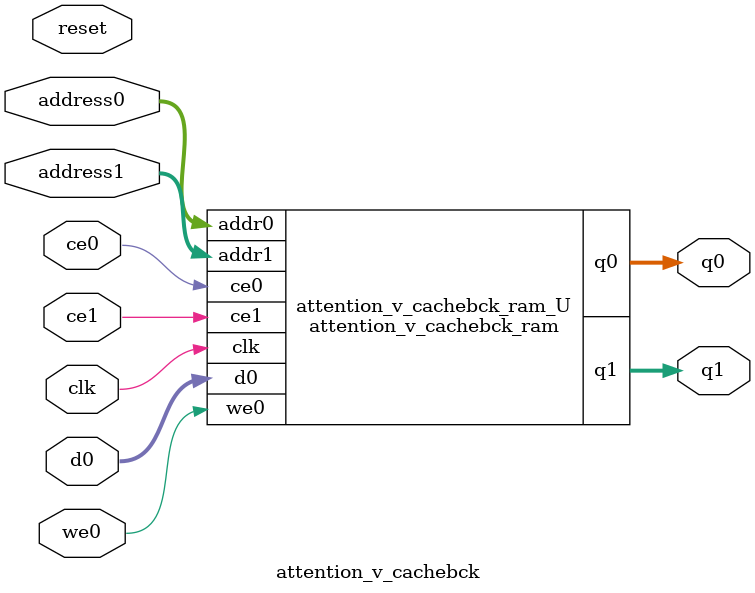
<source format=v>
`timescale 1 ns / 1 ps
module attention_v_cachebck_ram (addr0, ce0, d0, we0, q0, addr1, ce1, q1,  clk);

parameter DWIDTH = 40;
parameter AWIDTH = 10;
parameter MEM_SIZE = 576;

input[AWIDTH-1:0] addr0;
input ce0;
input[DWIDTH-1:0] d0;
input we0;
output reg[DWIDTH-1:0] q0;
input[AWIDTH-1:0] addr1;
input ce1;
output reg[DWIDTH-1:0] q1;
input clk;

(* ram_style = "block" *)reg [DWIDTH-1:0] ram[0:MEM_SIZE-1];




always @(posedge clk)  
begin 
    if (ce0) begin
        if (we0) 
            ram[addr0] <= d0; 
        q0 <= ram[addr0];
    end
end


always @(posedge clk)  
begin 
    if (ce1) begin
        q1 <= ram[addr1];
    end
end


endmodule

`timescale 1 ns / 1 ps
module attention_v_cachebck(
    reset,
    clk,
    address0,
    ce0,
    we0,
    d0,
    q0,
    address1,
    ce1,
    q1);

parameter DataWidth = 32'd40;
parameter AddressRange = 32'd576;
parameter AddressWidth = 32'd10;
input reset;
input clk;
input[AddressWidth - 1:0] address0;
input ce0;
input we0;
input[DataWidth - 1:0] d0;
output[DataWidth - 1:0] q0;
input[AddressWidth - 1:0] address1;
input ce1;
output[DataWidth - 1:0] q1;



attention_v_cachebck_ram attention_v_cachebck_ram_U(
    .clk( clk ),
    .addr0( address0 ),
    .ce0( ce0 ),
    .we0( we0 ),
    .d0( d0 ),
    .q0( q0 ),
    .addr1( address1 ),
    .ce1( ce1 ),
    .q1( q1 ));

endmodule


</source>
